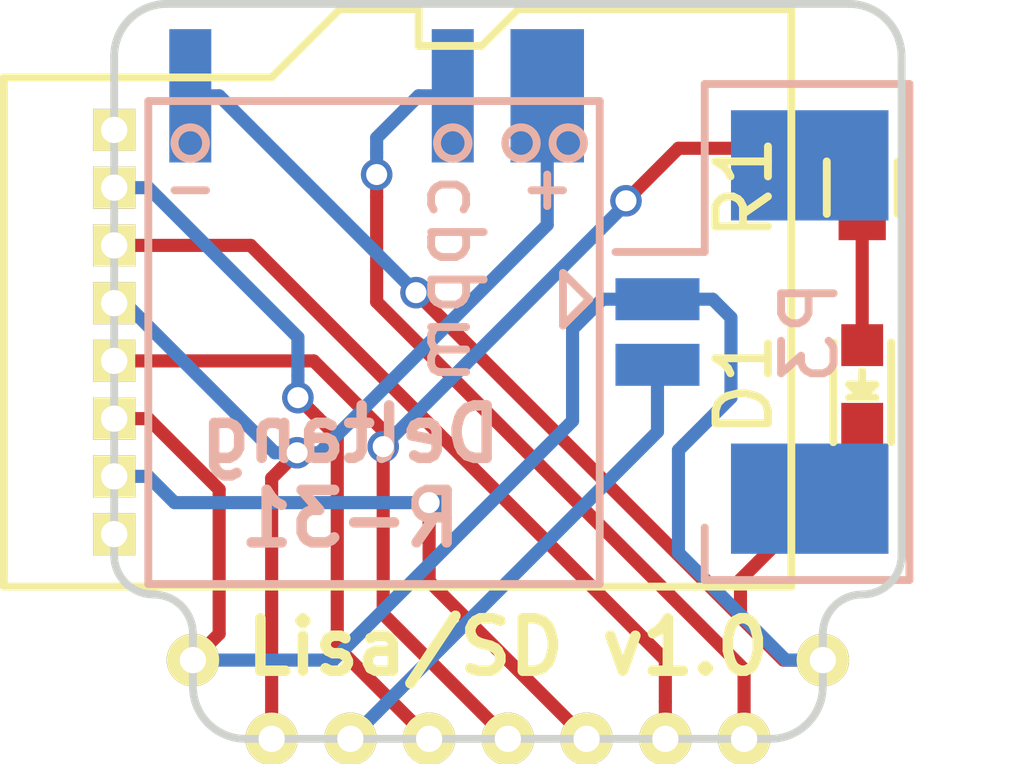
<source format=kicad_pcb>
(kicad_pcb (version 4) (host pcbnew "(2015-08-03 BZR 6047)-product")

  (general
    (links 15)
    (no_connects 0)
    (area 99.924999 85.924999 115.075001 100.075001)
    (thickness 0.6)
    (drawings 17)
    (tracks 82)
    (zones 0)
    (modules 6)
    (nets 10)
  )

  (page A4)
  (layers
    (0 F.Cu signal)
    (31 B.Cu signal)
    (32 B.Adhes user)
    (33 F.Adhes user)
    (34 B.Paste user)
    (35 F.Paste user)
    (36 B.SilkS user)
    (37 F.SilkS user)
    (38 B.Mask user)
    (39 F.Mask user)
    (40 Dwgs.User user)
    (41 Cmts.User user)
    (42 Eco1.User user)
    (43 Eco2.User user)
    (44 Edge.Cuts user)
    (45 Margin user)
    (46 B.CrtYd user)
    (47 F.CrtYd user)
    (48 B.Fab user hide)
    (49 F.Fab user hide)
  )

  (setup
    (last_trace_width 0.25)
    (trace_clearance 0.2)
    (zone_clearance 0.508)
    (zone_45_only no)
    (trace_min 0.2)
    (segment_width 0.2)
    (edge_width 0.15)
    (via_size 0.6)
    (via_drill 0.4)
    (via_min_size 0.4)
    (via_min_drill 0.3)
    (uvia_size 0.3)
    (uvia_drill 0.1)
    (uvias_allowed no)
    (uvia_min_size 0.2)
    (uvia_min_drill 0.1)
    (pcb_text_width 0.3)
    (pcb_text_size 1.5 1.5)
    (mod_edge_width 0.15)
    (mod_text_size 1 1)
    (mod_text_width 0.15)
    (pad_size 1.524 1.524)
    (pad_drill 0.762)
    (pad_to_mask_clearance 0.2)
    (aux_axis_origin 0 0)
    (grid_origin 100 100)
    (visible_elements FFFFFF7F)
    (pcbplotparams
      (layerselection 0x010f0_80000001)
      (usegerberextensions true)
      (excludeedgelayer true)
      (linewidth 0.100000)
      (plotframeref false)
      (viasonmask false)
      (mode 1)
      (useauxorigin false)
      (hpglpennumber 1)
      (hpglpenspeed 20)
      (hpglpendiameter 15)
      (hpglpenoverlay 2)
      (psnegative false)
      (psa4output false)
      (plotreference true)
      (plotvalue true)
      (plotinvisibletext false)
      (padsonsilk false)
      (subtractmaskfromsilk true)
      (outputformat 1)
      (mirror false)
      (drillshape 0)
      (scaleselection 1)
      (outputdirectory gerbers))
  )

  (net 0 "")
  (net 1 +3V3)
  (net 2 /SCK)
  (net 3 /MISO)
  (net 4 /MOSI)
  (net 5 GND)
  (net 6 /CS)
  (net 7 "Net-(P1-Pad3)")
  (net 8 "Net-(P1-Pad8)")
  (net 9 "Net-(D1-Pad2)")

  (net_class Default "This is the default net class."
    (clearance 0.2)
    (trace_width 0.25)
    (via_dia 0.6)
    (via_drill 0.4)
    (uvia_dia 0.3)
    (uvia_drill 0.1)
    (add_net +3V3)
    (add_net /CS)
    (add_net /MISO)
    (add_net /MOSI)
    (add_net /SCK)
    (add_net GND)
    (add_net "Net-(D1-Pad2)")
    (add_net "Net-(P1-Pad3)")
    (add_net "Net-(P1-Pad8)")
  )

  (module lisaSD:lisa_spi_footprint (layer F.Cu) (tedit 561245BA) (tstamp 56102025)
    (at 100 100)
    (path /5610158A)
    (fp_text reference P1 (at -2.54 -1.27) (layer F.SilkS) hide
      (effects (font (size 1 1) (thickness 0.15)))
    )
    (fp_text value CONN_01X09 (at 6.75 1.25) (layer F.Fab)
      (effects (font (size 1 1) (thickness 0.15)))
    )
    (pad 2 thru_hole circle (at 3 0) (size 1 1) (drill 0.5) (layers *.Cu *.Mask F.SilkS)
      (net 1 +3V3))
    (pad 3 thru_hole circle (at 4.5 0) (size 1 1) (drill 0.5) (layers *.Cu *.Mask F.SilkS)
      (net 7 "Net-(P1-Pad3)"))
    (pad 4 thru_hole circle (at 6 0) (size 1 1) (drill 0.5) (layers *.Cu *.Mask F.SilkS)
      (net 6 /CS))
    (pad 5 thru_hole circle (at 7.5 0) (size 1 1) (drill 0.5) (layers *.Cu *.Mask F.SilkS)
      (net 2 /SCK))
    (pad 6 thru_hole circle (at 9 0) (size 1 1) (drill 0.5) (layers *.Cu *.Mask F.SilkS)
      (net 3 /MISO))
    (pad 7 thru_hole circle (at 10.5 0) (size 1 1) (drill 0.5) (layers *.Cu *.Mask F.SilkS)
      (net 4 /MOSI))
    (pad 8 thru_hole circle (at 12 0) (size 1 1) (drill 0.5) (layers *.Cu *.Mask F.SilkS)
      (net 8 "Net-(P1-Pad8)"))
    (pad 1 thru_hole circle (at 1.5 -1.5) (size 1 1) (drill 0.5) (layers *.Cu *.Mask F.SilkS)
      (net 5 GND))
    (pad 9 thru_hole circle (at 13.5 -1.5) (size 1 1) (drill 0.5) (layers *.Cu *.Mask F.SilkS)
      (net 5 GND))
  )

  (module lisaSD:microSD (layer F.Cu) (tedit 561245BF) (tstamp 5610203B)
    (at 100 97.1 90)
    (path /561016DC)
    (fp_text reference P2 (at 8.4 2.5 90) (layer F.SilkS) hide
      (effects (font (size 1 1) (thickness 0.15)))
    )
    (fp_text value CONN_01X08 (at 4.15 -3.35 90) (layer F.Fab)
      (effects (font (size 1 1) (thickness 0.15)))
    )
    (fp_line (start 11 7.7) (end 11 12.9) (layer F.SilkS) (width 0.15))
    (fp_line (start 11 4.3) (end 11 5.8) (layer F.SilkS) (width 0.15))
    (fp_line (start 10.3 5.8) (end 10.3 7) (layer F.SilkS) (width 0.15))
    (fp_line (start 10.3 7) (end 11 7.7) (layer F.SilkS) (width 0.15))
    (fp_line (start 11 5.8) (end 10.3 5.8) (layer F.SilkS) (width 0.15))
    (fp_line (start 11 4.3) (end 9.7 3) (layer F.SilkS) (width 0.15))
    (fp_line (start 9.7 3) (end 9.7 -2.1) (layer F.SilkS) (width 0.15))
    (fp_line (start 0 -2.1) (end 9.7 -2.1) (layer F.SilkS) (width 0.15))
    (fp_line (start 0 -2.1) (end 0 12.9) (layer F.SilkS) (width 0.15))
    (fp_line (start 0 12.9) (end 11 12.9) (layer F.SilkS) (width 0.15))
    (pad 1 thru_hole rect (at 8.7 0 90) (size 0.8 0.8) (drill 0.5) (layers *.Cu *.Mask F.SilkS))
    (pad 2 thru_hole rect (at 7.6 0 90) (size 0.8 0.8) (drill 0.5) (layers *.Cu *.Mask F.SilkS)
      (net 6 /CS))
    (pad 3 thru_hole rect (at 6.5 0 90) (size 0.8 0.8) (drill 0.5) (layers *.Cu *.Mask F.SilkS)
      (net 4 /MOSI))
    (pad 4 thru_hole rect (at 5.4 0 90) (size 0.8 0.8) (drill 0.5) (layers *.Cu *.Mask F.SilkS)
      (net 1 +3V3))
    (pad 5 thru_hole rect (at 4.3 0 90) (size 0.8 0.8) (drill 0.5) (layers *.Cu *.Mask F.SilkS)
      (net 2 /SCK))
    (pad 6 thru_hole rect (at 3.2 0 90) (size 0.8 0.8) (drill 0.5) (layers *.Cu *.Mask F.SilkS)
      (net 5 GND))
    (pad 7 thru_hole rect (at 2.1 0 90) (size 0.8 0.8) (drill 0.5) (layers *.Cu *.Mask F.SilkS)
      (net 3 /MISO))
    (pad 8 thru_hole rect (at 1 0 90) (size 0.8 0.8) (drill 0.5) (layers *.Cu *.Mask F.SilkS))
  )

  (module Connectors_Molex:Connector_Molex_PicoBlade_53261-0271 (layer B.Cu) (tedit 0) (tstamp 561050F1)
    (at 113.25 92.25 270)
    (descr "Molex PicoBlade 1.25mm shrouded header. Right-angled, SMD. 2 ways")
    (path /561050AD)
    (fp_text reference P3 (at 0 0 270) (layer B.SilkS)
      (effects (font (size 1 1) (thickness 0.15)) (justify mirror))
    )
    (fp_text value CONN_01X02 (at 0 -3.3 270) (layer B.Fab)
      (effects (font (size 1 1) (thickness 0.15)) (justify mirror))
    )
    (fp_line (start -1.525 3.7) (end -1.525 2) (layer B.SilkS) (width 0.15))
    (fp_line (start -1.525 2) (end -4.725 2) (layer B.SilkS) (width 0.15))
    (fp_line (start -4.725 2) (end -4.725 -1.9) (layer B.SilkS) (width 0.15))
    (fp_line (start -4.725 -1.9) (end 4.725 -1.9) (layer B.SilkS) (width 0.15))
    (fp_line (start 4.725 -1.9) (end 4.725 2) (layer B.SilkS) (width 0.15))
    (fp_line (start 4.725 2) (end 3.725 2) (layer B.SilkS) (width 0.15))
    (fp_line (start -0.625 4.2) (end -1.125 4.7) (layer B.SilkS) (width 0.15))
    (fp_line (start -1.125 4.7) (end -0.125 4.7) (layer B.SilkS) (width 0.15))
    (fp_line (start -0.125 4.7) (end -0.625 4.2) (layer B.SilkS) (width 0.15))
    (fp_line (start -2.125 2.1) (end -2.125 -1.9) (layer B.Fab) (width 0.2))
    (fp_line (start -2.125 -1.9) (end 2.125 -1.9) (layer B.Fab) (width 0.2))
    (fp_line (start 2.125 -1.9) (end 2.125 2.1) (layer B.Fab) (width 0.2))
    (fp_line (start 2.125 2.1) (end -2.125 2.1) (layer B.Fab) (width 0.2))
    (fp_line (start 2.125 1.5) (end 4.225 1.5) (layer B.Fab) (width 0.2))
    (fp_line (start 4.225 1.5) (end 4.225 -1.5) (layer B.Fab) (width 0.2))
    (fp_line (start 4.225 -1.5) (end 2.125 -1.5) (layer B.Fab) (width 0.2))
    (fp_line (start -2.125 1.5) (end -4.225 1.5) (layer B.Fab) (width 0.2))
    (fp_line (start -4.225 1.5) (end -4.225 -1.5) (layer B.Fab) (width 0.2))
    (fp_line (start -4.225 -1.5) (end -2.125 -1.5) (layer B.Fab) (width 0.2))
    (fp_line (start -2.125 2.1) (end -0.625 0.6) (layer B.Fab) (width 0.2))
    (fp_line (start -0.625 0.6) (end 0.875 2.1) (layer B.Fab) (width 0.2))
    (pad 1 smd rect (at -0.625 2.9 270) (size 0.8 1.6) (layers B.Cu B.Paste B.Mask)
      (net 5 GND))
    (pad 2 smd rect (at 0.625 2.9 270) (size 0.8 1.6) (layers B.Cu B.Paste B.Mask)
      (net 7 "Net-(P1-Pad3)"))
    (pad "" smd rect (at -3.175 0 270) (size 2.1 3) (layers B.Cu B.Paste B.Mask))
    (pad "" smd rect (at 3.175 0 270) (size 2.1 3) (layers B.Cu B.Paste B.Mask))
  )

  (module lisaSD:deltang (layer B.Cu) (tedit 561245E7) (tstamp 5612389C)
    (at 100.65 87.85)
    (path /56123841)
    (fp_text reference P4 (at 3 7) (layer B.SilkS) hide
      (effects (font (size 1 1) (thickness 0.15)) (justify mirror))
    )
    (fp_text value CONN_01X03 (at 0 -1) (layer B.Fab)
      (effects (font (size 1 1) (thickness 0.15)) (justify mirror))
    )
    (fp_text user cppm (at 5.6 3.4 270) (layer B.SilkS)
      (effects (font (size 1 1) (thickness 0.15)) (justify mirror))
    )
    (fp_line (start 0.5 1.7) (end 1.1 1.7) (layer B.SilkS) (width 0.15))
    (fp_line (start 7.3 1.7) (end 7.9 1.7) (layer B.SilkS) (width 0.15))
    (fp_line (start 7.6 1.4) (end 7.6 2) (layer B.SilkS) (width 0.15))
    (fp_circle (center 8 0.8) (end 7.7 0.8) (layer B.SilkS) (width 0.15))
    (fp_circle (center 7.1 0.8) (end 7.4 0.8) (layer B.SilkS) (width 0.15))
    (fp_circle (center 5.8 0.8) (end 6.1 0.8) (layer B.SilkS) (width 0.15))
    (fp_circle (center 0.8 0.8) (end 1.1 0.8) (layer B.SilkS) (width 0.15))
    (fp_line (start 8.6 9.2) (end 0 9.2) (layer B.SilkS) (width 0.15))
    (fp_line (start 8.6 9.2) (end 8.6 0) (layer B.SilkS) (width 0.15))
    (fp_line (start 0 0) (end 8.6 0) (layer B.SilkS) (width 0.15))
    (fp_line (start 0 9.2) (end 0 0) (layer B.SilkS) (width 0.15))
    (pad 1 smd rect (at 0.8 -0.1) (size 0.8 2.54) (layers B.Cu B.Paste B.Mask)
      (net 5 GND))
    (pad 2 smd rect (at 5.8 -0.1) (size 0.8 2.54) (layers B.Cu B.Paste B.Mask)
      (net 8 "Net-(P1-Pad8)"))
    (pad 3 smd rect (at 7.6 -0.1) (size 1.4 2.54) (layers B.Cu B.Paste B.Mask)
      (net 1 +3V3))
  )

  (module LEDs:LED-0603 (layer F.Cu) (tedit 55BDE255) (tstamp 5612431D)
    (at 114.25 93.2493 90)
    (descr "LED 0603 smd package")
    (tags "LED led 0603 SMD smd SMT smt smdled SMDLED smtled SMTLED")
    (path /56123D3E)
    (attr smd)
    (fp_text reference D1 (at -0.0007 -2.25 90) (layer F.SilkS)
      (effects (font (size 1 1) (thickness 0.15)))
    )
    (fp_text value LED (at 0 1.5 90) (layer F.Fab)
      (effects (font (size 1 1) (thickness 0.15)))
    )
    (fp_line (start -1.1 0.55) (end 0.8 0.55) (layer F.SilkS) (width 0.15))
    (fp_line (start -1.1 -0.55) (end 0.8 -0.55) (layer F.SilkS) (width 0.15))
    (fp_line (start -0.2 0) (end 0.25 0) (layer F.SilkS) (width 0.15))
    (fp_line (start -0.25 -0.25) (end -0.25 0.25) (layer F.SilkS) (width 0.15))
    (fp_line (start -0.25 0) (end 0 -0.25) (layer F.SilkS) (width 0.15))
    (fp_line (start 0 -0.25) (end 0 0.25) (layer F.SilkS) (width 0.15))
    (fp_line (start 0 0.25) (end -0.25 0) (layer F.SilkS) (width 0.15))
    (fp_line (start 1.4 -0.75) (end 1.4 0.75) (layer F.CrtYd) (width 0.05))
    (fp_line (start 1.4 0.75) (end -1.4 0.75) (layer F.CrtYd) (width 0.05))
    (fp_line (start -1.4 0.75) (end -1.4 -0.75) (layer F.CrtYd) (width 0.05))
    (fp_line (start -1.4 -0.75) (end 1.4 -0.75) (layer F.CrtYd) (width 0.05))
    (pad 2 smd rect (at 0.7493 0 270) (size 0.79756 0.79756) (layers F.Cu F.Paste F.Mask)
      (net 9 "Net-(D1-Pad2)"))
    (pad 1 smd rect (at -0.7493 0 270) (size 0.79756 0.79756) (layers F.Cu F.Paste F.Mask)
      (net 5 GND))
  )

  (module Resistors_SMD:R_0603 (layer F.Cu) (tedit 5415CC62) (tstamp 561243DE)
    (at 114.25 89.5 270)
    (descr "Resistor SMD 0603, reflow soldering, Vishay (see dcrcw.pdf)")
    (tags "resistor 0603")
    (path /56123C64)
    (attr smd)
    (fp_text reference R1 (at 0 2.25 270) (layer F.SilkS)
      (effects (font (size 1 1) (thickness 0.15)))
    )
    (fp_text value 330 (at 0 1.9 270) (layer F.Fab)
      (effects (font (size 1 1) (thickness 0.15)))
    )
    (fp_line (start -1.3 -0.8) (end 1.3 -0.8) (layer F.CrtYd) (width 0.05))
    (fp_line (start -1.3 0.8) (end 1.3 0.8) (layer F.CrtYd) (width 0.05))
    (fp_line (start -1.3 -0.8) (end -1.3 0.8) (layer F.CrtYd) (width 0.05))
    (fp_line (start 1.3 -0.8) (end 1.3 0.8) (layer F.CrtYd) (width 0.05))
    (fp_line (start 0.5 0.675) (end -0.5 0.675) (layer F.SilkS) (width 0.15))
    (fp_line (start -0.5 -0.675) (end 0.5 -0.675) (layer F.SilkS) (width 0.15))
    (pad 1 smd rect (at -0.75 0 270) (size 0.5 0.9) (layers F.Cu F.Paste F.Mask)
      (net 2 /SCK))
    (pad 2 smd rect (at 0.75 0 270) (size 0.5 0.9) (layers F.Cu F.Paste F.Mask)
      (net 9 "Net-(D1-Pad2)"))
    (model Resistors_SMD.3dshapes/R_0603.wrl
      (at (xyz 0 0 0))
      (scale (xyz 1 1 1))
      (rotate (xyz 0 0 0))
    )
  )

  (gr_text "Deltang\nR-31" (at 104.5 95) (layer B.SilkS)
    (effects (font (size 1 1) (thickness 0.2)) (justify mirror))
  )
  (gr_text "Lisa/SD v1.0" (at 107.5 98.25) (layer F.SilkS)
    (effects (font (size 1 1) (thickness 0.2)))
  )
  (gr_line (start 100 96.5) (end 100 87) (layer Edge.Cuts) (width 0.15))
  (gr_line (start 115 96.5) (end 115 87) (layer Edge.Cuts) (width 0.15))
  (gr_line (start 116.5 87) (end 117.25 87) (angle 90) (layer Eco2.User) (width 0.2))
  (gr_line (start 114 86) (end 101 86) (angle 90) (layer Edge.Cuts) (width 0.15))
  (gr_arc (start 114 87) (end 114 86) (angle 90) (layer Edge.Cuts) (width 0.15))
  (gr_arc (start 101 87) (end 100 87) (angle 90) (layer Edge.Cuts) (width 0.15))
  (gr_arc (start 100.75 96.5) (end 100.75 97.25) (angle 90) (layer Edge.Cuts) (width 0.15))
  (gr_arc (start 100.75 98) (end 100.75 97.25) (angle 90) (layer Edge.Cuts) (width 0.15))
  (gr_arc (start 114.25 96.5) (end 115 96.5) (angle 90) (layer Edge.Cuts) (width 0.15))
  (gr_arc (start 114.25 98) (end 113.5 98) (angle 90) (layer Edge.Cuts) (width 0.15))
  (gr_line (start 113.5 99) (end 113.5 98) (angle 90) (layer Edge.Cuts) (width 0.15))
  (gr_arc (start 112.5 99) (end 113.5 99) (angle 90) (layer Edge.Cuts) (width 0.15))
  (gr_arc (start 102.5 99) (end 102.5 100) (angle 90) (layer Edge.Cuts) (width 0.15))
  (gr_line (start 102.5 100) (end 112.5 100) (angle 90) (layer Edge.Cuts) (width 0.15))
  (gr_line (start 101.5 99) (end 101.5 98) (angle 90) (layer Edge.Cuts) (width 0.15))

  (segment (start 103 95.034214) (end 103.184356 94.849858) (width 0.25) (layer F.Cu) (net 1))
  (segment (start 108.25 87.75) (end 108.25 90.208478) (width 0.25) (layer B.Cu) (net 1))
  (segment (start 100.210232 91.7) (end 103.060091 94.549859) (width 0.25) (layer B.Cu) (net 1))
  (segment (start 108.25 90.208478) (end 103.908619 94.549859) (width 0.25) (layer B.Cu) (net 1))
  (segment (start 103 100) (end 103 95.034214) (width 0.25) (layer F.Cu) (net 1))
  (segment (start 103.908619 94.549859) (end 103.484355 94.549859) (width 0.25) (layer B.Cu) (net 1))
  (via (at 103.484355 94.549859) (size 0.6) (drill 0.4) (layers F.Cu B.Cu) (net 1))
  (segment (start 100 91.7) (end 100.210232 91.7) (width 0.25) (layer B.Cu) (net 1))
  (segment (start 103.060091 94.549859) (end 103.484355 94.549859) (width 0.25) (layer B.Cu) (net 1))
  (segment (start 103.184356 94.849858) (end 103.484355 94.549859) (width 0.25) (layer F.Cu) (net 1))
  (segment (start 109.75 89.75) (end 110.75 88.75) (width 0.25) (layer F.Cu) (net 2))
  (segment (start 110.75 88.75) (end 114.25 88.75) (width 0.25) (layer F.Cu) (net 2))
  (segment (start 105.124993 94.432943) (end 109.75 89.807936) (width 0.25) (layer B.Cu) (net 2))
  (segment (start 109.75 89.807936) (end 109.75 89.75) (width 0.25) (layer B.Cu) (net 2))
  (via (at 109.75 89.75) (size 0.6) (drill 0.4) (layers F.Cu B.Cu) (net 2))
  (segment (start 105.124993 94.432943) (end 105.124993 97.624993) (width 0.25) (layer F.Cu) (net 2))
  (segment (start 105.124993 94.124993) (end 105.124993 94.432943) (width 0.25) (layer F.Cu) (net 2))
  (via (at 105.124993 94.432943) (size 0.6) (drill 0.4) (layers F.Cu B.Cu) (net 2))
  (segment (start 103.8 92.8) (end 105.124993 94.124993) (width 0.25) (layer F.Cu) (net 2))
  (segment (start 107.000001 99.500001) (end 107.5 100) (width 0.25) (layer F.Cu) (net 2))
  (segment (start 100 92.8) (end 103.8 92.8) (width 0.25) (layer F.Cu) (net 2))
  (segment (start 105.124993 97.624993) (end 107.000001 99.500001) (width 0.25) (layer F.Cu) (net 2))
  (segment (start 100 95) (end 100.65 95) (width 0.25) (layer B.Cu) (net 3))
  (segment (start 100.65 95) (end 101.15 95.5) (width 0.25) (layer B.Cu) (net 3))
  (segment (start 101.15 95.5) (end 105.75 95.5) (width 0.25) (layer B.Cu) (net 3))
  (segment (start 105.75 95.5) (end 106.00001 95.5) (width 0.25) (layer B.Cu) (net 3))
  (segment (start 106.00001 95.924264) (end 106.00001 95.5) (width 0.25) (layer F.Cu) (net 3))
  (segment (start 106.00001 97.00001) (end 106.00001 95.924264) (width 0.25) (layer F.Cu) (net 3))
  (via (at 106.00001 95.5) (size 0.6) (drill 0.4) (layers F.Cu B.Cu) (net 3))
  (segment (start 109 100) (end 106.00001 97.00001) (width 0.25) (layer F.Cu) (net 3))
  (segment (start 100 90.6) (end 102.6 90.6) (width 0.25) (layer F.Cu) (net 4))
  (segment (start 102.6 90.6) (end 110.5 98.5) (width 0.25) (layer F.Cu) (net 4))
  (segment (start 110.5 98.5) (end 110.5 99.292894) (width 0.25) (layer F.Cu) (net 4))
  (segment (start 110.5 99.292894) (end 110.5 100) (width 0.25) (layer F.Cu) (net 4))
  (segment (start 114.25 93.9986) (end 114.25 94.64738) (width 0.25) (layer F.Cu) (net 5))
  (segment (start 114.25 94.64738) (end 111.931106 96.966274) (width 0.25) (layer F.Cu) (net 5))
  (segment (start 111.931106 96.966274) (end 111.931106 97.681106) (width 0.25) (layer F.Cu) (net 5))
  (segment (start 112.75 98.5) (end 111.931106 97.681106) (width 0.25) (layer F.Cu) (net 5))
  (segment (start 111.931106 97.681106) (end 107.5 93.25) (width 0.25) (layer F.Cu) (net 5))
  (segment (start 105.75 91.5) (end 102 87.75) (width 0.25) (layer B.Cu) (net 5))
  (segment (start 102 87.75) (end 101.45 87.75) (width 0.25) (layer B.Cu) (net 5))
  (segment (start 107.5 93.25) (end 105.75 91.5) (width 0.25) (layer F.Cu) (net 5))
  (via (at 105.75 91.5) (size 0.6) (drill 0.4) (layers F.Cu B.Cu) (net 5))
  (segment (start 113.5 98.5) (end 112.75 98.5) (width 0.25) (layer F.Cu) (net 5))
  (segment (start 109.3 91.625) (end 110.35 91.625) (width 0.25) (layer B.Cu) (net 5))
  (segment (start 104.175002 98.5) (end 108.73232 93.942682) (width 0.25) (layer B.Cu) (net 5))
  (segment (start 108.73232 93.942682) (end 108.73232 92.19268) (width 0.25) (layer B.Cu) (net 5))
  (segment (start 108.73232 92.19268) (end 109.3 91.625) (width 0.25) (layer B.Cu) (net 5))
  (segment (start 101.5 98.5) (end 104.175002 98.5) (width 0.25) (layer B.Cu) (net 5))
  (segment (start 110.35 91.625) (end 111.4 91.625) (width 0.25) (layer B.Cu) (net 5))
  (segment (start 111.4 91.625) (end 111.75 91.975) (width 0.25) (layer B.Cu) (net 5))
  (segment (start 111.75 91.975) (end 111.75 93.5) (width 0.25) (layer B.Cu) (net 5))
  (segment (start 111.75 93.5) (end 110.75 94.5) (width 0.25) (layer B.Cu) (net 5))
  (segment (start 110.75 94.5) (end 110.75 96.457106) (width 0.25) (layer B.Cu) (net 5))
  (segment (start 110.75 96.457106) (end 112.792894 98.5) (width 0.25) (layer B.Cu) (net 5))
  (segment (start 112.792894 98.5) (end 113.5 98.5) (width 0.25) (layer B.Cu) (net 5))
  (segment (start 101.5 98.5) (end 101.999999 98.000001) (width 0.25) (layer F.Cu) (net 5))
  (segment (start 101.999999 98.000001) (end 101.999999 95.249999) (width 0.25) (layer F.Cu) (net 5))
  (segment (start 101.999999 95.249999) (end 100.65 93.9) (width 0.25) (layer F.Cu) (net 5))
  (segment (start 100.65 93.9) (end 100 93.9) (width 0.25) (layer F.Cu) (net 5))
  (segment (start 100.65 89.5) (end 103.499992 92.349992) (width 0.25) (layer B.Cu) (net 6))
  (segment (start 103.499992 93.075736) (end 103.499992 93.5) (width 0.25) (layer B.Cu) (net 6))
  (segment (start 106 100) (end 104.25 98.25) (width 0.25) (layer F.Cu) (net 6))
  (segment (start 100 89.5) (end 100.65 89.5) (width 0.25) (layer B.Cu) (net 6))
  (segment (start 104.25 98.25) (end 104.25 94.250008) (width 0.25) (layer F.Cu) (net 6))
  (via (at 103.499992 93.5) (size 0.6) (drill 0.4) (layers F.Cu B.Cu) (net 6))
  (segment (start 103.499992 92.349992) (end 103.499992 93.075736) (width 0.25) (layer B.Cu) (net 6))
  (segment (start 104.25 94.250008) (end 103.799991 93.799999) (width 0.25) (layer F.Cu) (net 6))
  (segment (start 103.799991 93.799999) (end 103.499992 93.5) (width 0.25) (layer F.Cu) (net 6))
  (segment (start 110.35 92.875) (end 110.35 94.15) (width 0.25) (layer B.Cu) (net 7))
  (segment (start 110.35 94.15) (end 104.999999 99.500001) (width 0.25) (layer B.Cu) (net 7))
  (segment (start 104.999999 99.500001) (end 104.5 100) (width 0.25) (layer B.Cu) (net 7))
  (segment (start 105 89.674264) (end 105 89.25) (width 0.25) (layer F.Cu) (net 8))
  (segment (start 112 98.675002) (end 105 91.675002) (width 0.25) (layer F.Cu) (net 8))
  (segment (start 105 91.675002) (end 105 89.674264) (width 0.25) (layer F.Cu) (net 8))
  (segment (start 112 100) (end 112 98.675002) (width 0.25) (layer F.Cu) (net 8))
  (segment (start 105 88.825736) (end 105 89.25) (width 0.25) (layer B.Cu) (net 8))
  (segment (start 105 88.55) (end 105 88.825736) (width 0.25) (layer B.Cu) (net 8))
  (segment (start 105.8 87.75) (end 105 88.55) (width 0.25) (layer B.Cu) (net 8))
  (segment (start 106.45 87.75) (end 105.8 87.75) (width 0.25) (layer B.Cu) (net 8))
  (via (at 105 89.25) (size 0.6) (drill 0.4) (layers F.Cu B.Cu) (net 8))
  (segment (start 114.25 90.25) (end 114.25 92.5) (width 0.25) (layer F.Cu) (net 9))

)

</source>
